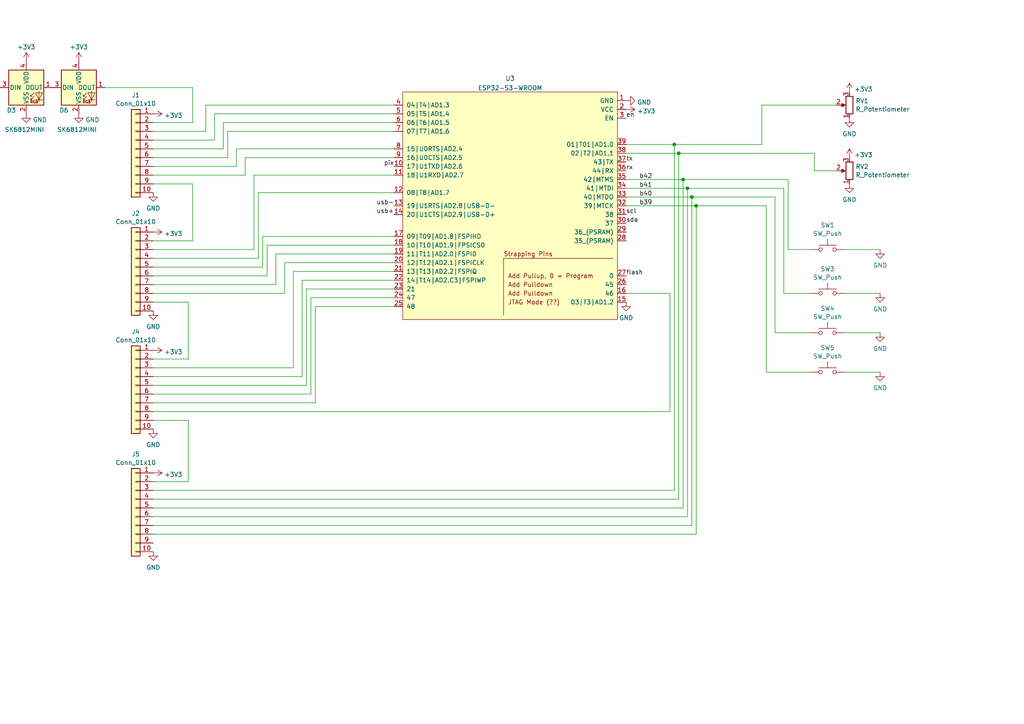
<source format=kicad_sch>
(kicad_sch (version 20250114) (generator "eeschema") (generator_version "9.0")
  (paper "A4")
  (lib_symbols
    (symbol "0_aaaaa_yeah:R" (pin_numbers (hide yes)) (pin_names (offset 0))
      (property "Reference" "R" (at 2.032 0 90))
      (property "Value" "R" (at 0 0 90))
      (symbol "R_1_1"
        (pin passive line (at 0 3.81 270) (length 1.27) (name "~") (number "1"))
        (pin passive line (at 0 -3.81 90) (length 1.27) (name "~") (number "2"))
      )
    )
    (symbol "AnymaLib-06:ESP32-S3-WROOM" (pin_names (offset 1.016))
      (property "Reference" "U" (at -29.21 -35.56 0))
      (property "Value" "ESP32-S3-WROOM" (at 0 34.29 0))
      (symbol "ESP32-S3-WROOM_0_0"
        (text "Strapping Pins" (at -2.54 -13.97 0) (effects (font (size 1.27 1.27)) (justify left)))
        (text "Add Pullup, 0 = Program" (at -1.27 -20.32 0) (effects (font (size 1.27 1.27)) (justify left)))
        (text "Add Pulldown" (at -1.27 -22.86 0) (effects (font (size 1.27 1.27)) (justify left)))
        (text "Add Pulldown" (at -1.27 -25.4 0) (effects (font (size 1.27 1.27)) (justify left)))
        (text "JTAG Mode (??)" (at -1.27 -27.94 0) (effects (font (size 1.27 1.27)) (justify left)))
      )
      (symbol "ESP32-S3-WROOM_1_1"
        (pin input line (at -34.29 29.21 0) (length 2.54) (name "04|T4|AD1.3") (number "4"))
        (pin input line (at -34.29 26.67 0) (length 2.54) (name "05|T5|AD1.4") (number "5"))
        (pin input line (at -34.29 24.13 0) (length 2.54) (name "06|T6|AD1.5") (number "6"))
        (pin input line (at -34.29 21.59 0) (length 2.54) (name "07|T7|AD1.6") (number "7"))
        (pin input line (at -34.29 16.51 0) (length 2.54) (name "15|U0RTS|AD2.4") (number "8"))
        (pin input line (at -34.29 13.97 0) (length 2.54) (name "16|U0CTS|AD2.5") (number "9"))
        (pin input line (at -34.29 11.43 0) (length 2.54) (name "17|U1TXD|AD2.6") (number "10"))
        (pin input line (at -34.29 8.89 0) (length 2.54) (name "18|U1RXD|AD2.7") (number "11"))
        (pin input line (at -34.29 3.81 0) (length 2.54) (name "08|T8|AD1.7") (number "12"))
        (pin input line (at -34.29 0 0) (length 2.54) (name "19|U1RTS|AD2.8|USB-D-") (number "13"))
        (pin input line (at -34.29 -2.54 0) (length 2.54) (name "20|U1CTS|AD2.9|USB-D+") (number "14"))
        (pin input line (at -34.29 -8.89 0) (length 2.54) (name "09|T09|AD1.8|FSPIHD") (number "17"))
        (pin input line (at -34.29 -11.43 0) (length 2.54) (name "10|T10|AD1.9|FPSICS0") (number "18"))
        (pin input line (at -34.29 -13.97 0) (length 2.54) (name "11|T11|AD2.0|FSPID") (number "19"))
        (pin input line (at -34.29 -16.51 0) (length 2.54) (name "12|T12|AD2.1|FSPICLK") (number "20"))
        (pin input line (at -34.29 -19.05 0) (length 2.54) (name "13|T13|AD2.2|FSPIQ") (number "21"))
        (pin input line (at -34.29 -21.59 0) (length 2.54) (name "14|T14|AD2.C3|FSPIWP") (number "22"))
        (pin input line (at -34.29 -24.13 0) (length 2.54) (name "21") (number "23"))
        (pin input line (at -34.29 -26.67 0) (length 2.54) (name "47") (number "24"))
        (pin input line (at -34.29 -29.21 0) (length 2.54) (name "48") (number "25"))
        (pin input line (at 33.02 30.48 180) (length 2.54) (name "GND") (number "1"))
        (pin input line (at 33.02 30.48 180) (length 2.54) (hide yes) (name "GND") (number "40"))
        (pin input line (at 33.02 30.48 180) (length 2.54) (hide yes) (name "GND") (number "41"))
        (pin input line (at 33.02 27.94 180) (length 2.54) (name "VCC") (number "2"))
        (pin input line (at 33.02 25.4 180) (length 2.54) (name "EN") (number "3"))
        (pin input line (at 33.02 17.78 180) (length 2.54) (name "01|T01|AD1.0") (number "39"))
        (pin input line (at 33.02 15.24 180) (length 2.54) (name "02|T2|AD1.1") (number "38"))
        (pin input line (at 33.02 12.7 180) (length 2.54) (name "43|TX") (number "37"))
        (pin input line (at 33.02 10.16 180) (length 2.54) (name "44|RX") (number "36"))
        (pin input line (at 33.02 7.62 180) (length 2.54) (name "42|MTMS") (number "35"))
        (pin input line (at 33.02 5.08 180) (length 2.54) (name "41|MTDI") (number "34"))
        (pin input line (at 33.02 2.54 180) (length 2.54) (name "40|MTDO") (number "33"))
        (pin input line (at 33.02 0 180) (length 2.54) (name "39|MTCK") (number "32"))
        (pin input line (at 33.02 -2.54 180) (length 2.54) (name "38") (number "31"))
        (pin input line (at 33.02 -5.08 180) (length 2.54) (name "37") (number "30"))
        (pin input line (at 33.02 -7.62 180) (length 2.54) (name "36_(PSRAM)") (number "29"))
        (pin input line (at 33.02 -10.16 180) (length 2.54) (name "35_(PSRAM)") (number "28"))
        (pin input line (at 33.02 -20.32 180) (length 2.54) (name "0") (number "27"))
        (pin input line (at 33.02 -22.86 180) (length 2.54) (name "45") (number "26"))
        (pin input line (at 33.02 -25.4 180) (length 2.54) (name "46") (number "16"))
        (pin input line (at 33.02 -27.94 180) (length 2.54) (name "03|T3|AD1.2") (number "15"))
      )
    )
    (symbol "AnymaLib-06:MAX17048"
      (property "Reference" "U" (at 0.254 20.066 0))
      (symbol "MAX17048_1_1"
        (pin input line (at -8.89 16.51 0) (length 2.54) (name "CTG") (number "1"))
        (pin input line (at -8.89 12.7 0) (length 2.54) (name "CELL") (number "2"))
        (pin input line (at -8.89 8.89 0) (length 2.54) (name "VDD") (number "3"))
        (pin input line (at -8.89 5.08 0) (length 2.54) (name "GND") (number "4"))
        (pin input line (at 0 -3.81 90) (length 2.54) (name "EP") (number "9"))
        (pin input line (at 10.16 16.51 180) (length 2.54) (name "SDA") (number "8"))
        (pin input line (at 10.16 12.7 180) (length 2.54) (name "SCL") (number "7"))
        (pin input line (at 10.16 8.89 180) (length 2.54) (name "QSTRT") (number "6"))
        (pin input line (at 10.16 5.08 180) (length 2.54) (name "!ALRT") (number "5"))
      )
    )
    (symbol "Anyma_Library:LOGO" (pin_names (offset 1.016))
      (property "Reference" "U" (at 0 3.81 0))
      (property "Value" "LOGO" (at 0 0 0))
    )
    (symbol "Battery_Management:MCP73831-2-OT" (pin_names (offset 1.016))
      (property "Reference" "U" (at -7.62 6.35 0))
      (property "Value" "MCP73831-2-OT" (at 1.27 6.35 0))
      (symbol "MCP73831-2-OT_1_1"
        (pin input line (at -10.16 -2.54 0) (length 2.54) (name "PROG") (number "5"))
        (pin power_in line (at 0 7.62 270) (length 2.54) (name "VDD") (number "4"))
        (pin power_in line (at 0 -7.62 90) (length 2.54) (name "VSS") (number "2"))
        (pin power_out line (at 10.16 2.54 180) (length 2.54) (name "VBAT") (number "3"))
        (pin output line (at 10.16 -2.54 180) (length 2.54) (name "STAT") (number "1"))
      )
    )
    (symbol "Connector:USB_C_Receptacle_USB2.0" (pin_names (offset 1.016))
      (property "Reference" "J" (at -10.16 19.05 0))
      (property "Value" "USB_C_Receptacle_USB2.0" (at 19.05 19.05 0))
      (symbol "USB_C_Receptacle_USB2.0_1_1"
        (pin passive line (at -7.62 -22.86 90) (length 5.08) (name "SHIELD") (number "S1"))
        (pin passive line (at 0 -22.86 90) (length 5.08) (name "GND") (number "A1"))
        (pin passive line (at 0 -22.86 90) (length 5.08) (hide yes) (name "GND") (number "A12"))
        (pin passive line (at 0 -22.86 90) (length 5.08) (hide yes) (name "GND") (number "B1"))
        (pin passive line (at 0 -22.86 90) (length 5.08) (hide yes) (name "GND") (number "B12"))
        (pin passive line (at 15.24 15.24 180) (length 5.08) (name "VBUS") (number "A4"))
        (pin passive line (at 15.24 15.24 180) (length 5.08) (hide yes) (name "VBUS") (number "A9"))
        (pin passive line (at 15.24 15.24 180) (length 5.08) (hide yes) (name "VBUS") (number "B4"))
        (pin passive line (at 15.24 15.24 180) (length 5.08) (hide yes) (name "VBUS") (number "B9"))
        (pin bidirectional line (at 15.24 10.16 180) (length 5.08) (name "CC1") (number "A5"))
        (pin bidirectional line (at 15.24 7.62 180) (length 5.08) (name "CC2") (number "B5"))
        (pin bidirectional line (at 15.24 2.54 180) (length 5.08) (name "D-") (number "A7"))
        (pin bidirectional line (at 15.24 0 180) (length 5.08) (name "D-") (number "B7"))
        (pin bidirectional line (at 15.24 -2.54 180) (length 5.08) (name "D+") (number "A6"))
        (pin bidirectional line (at 15.24 -5.08 180) (length 5.08) (name "D+") (number "B6"))
        (pin bidirectional line (at 15.24 -12.7 180) (length 5.08) (name "SBU1") (number "A8"))
        (pin bidirectional line (at 15.24 -15.24 180) (length 5.08) (name "SBU2") (number "B8"))
      )
    )
    (symbol "Connector_Generic:Conn_01x02" (pin_names (offset 1.016) (hide yes))
      (property "Reference" "J" (at 0 2.54 0))
      (property "Value" "Conn_01x02" (at 0 -5.08 0))
      (symbol "Conn_01x02_1_1"
        (pin passive line (at -5.08 0 0) (length 3.81) (name "Pin_1") (number "1"))
        (pin passive line (at -5.08 -2.54 0) (length 3.81) (name "Pin_2") (number "2"))
      )
    )
    (symbol "Connector_Generic:Conn_01x06" (pin_names (offset 1.016) (hide yes))
      (property "Reference" "J" (at 0 7.62 0))
      (property "Value" "Conn_01x06" (at 0 -10.16 0))
      (symbol "Conn_01x06_1_1"
        (pin passive line (at -5.08 5.08 0) (length 3.81) (name "Pin_1") (number "1"))
        (pin passive line (at -5.08 2.54 0) (length 3.81) (name "Pin_2") (number "2"))
        (pin passive line (at -5.08 0 0) (length 3.81) (name "Pin_3") (number "3"))
        (pin passive line (at -5.08 -2.54 0) (length 3.81) (name "Pin_4") (number "4"))
        (pin passive line (at -5.08 -5.08 0) (length 3.81) (name "Pin_5") (number "5"))
        (pin passive line (at -5.08 -7.62 0) (length 3.81) (name "Pin_6") (number "6"))
      )
    )
    (symbol "Connector_Generic:Conn_01x10" (pin_names (offset 1.016) (hide yes))
      (property "Reference" "J" (at 0 12.7 0))
      (property "Value" "Conn_01x10" (at 0 -15.24 0))
      (symbol "Conn_01x10_1_1"
        (pin passive line (at -5.08 10.16 0) (length 3.81) (name "Pin_1") (number "1"))
        (pin passive line (at -5.08 7.62 0) (length 3.81) (name "Pin_2") (number "2"))
        (pin passive line (at -5.08 5.08 0) (length 3.81) (name "Pin_3") (number "3"))
        (pin passive line (at -5.08 2.54 0) (length 3.81) (name "Pin_4") (number "4"))
        (pin passive line (at -5.08 0 0) (length 3.81) (name "Pin_5") (number "5"))
        (pin passive line (at -5.08 -2.54 0) (length 3.81) (name "Pin_6") (number "6"))
        (pin passive line (at -5.08 -5.08 0) (length 3.81) (name "Pin_7") (number "7"))
        (pin passive line (at -5.08 -7.62 0) (length 3.81) (name "Pin_8") (number "8"))
        (pin passive line (at -5.08 -10.16 0) (length 3.81) (name "Pin_9") (number "9"))
        (pin passive line (at -5.08 -12.7 0) (length 3.81) (name "Pin_10") (number "10"))
      )
    )
    (symbol "Device:C" (pin_numbers (hide yes)) (pin_names (offset 0.254))
      (property "Reference" "C" (at 0.635 2.54 0))
      (property "Value" "C" (at 0.635 -2.54 0))
      (symbol "C_1_1"
        (pin passive line (at 0 3.81 270) (length 2.794) (name "~") (number "1"))
        (pin passive line (at 0 -3.81 90) (length 2.794) (name "~") (number "2"))
      )
    )
    (symbol "Device:LED" (pin_numbers (hide yes)) (pin_names (offset 1.016) (hide yes))
      (property "Reference" "D" (at 0 2.54 0))
      (property "Value" "LED" (at 0 -2.54 0))
      (symbol "LED_1_1"
        (pin passive line (at -3.81 0 0) (length 2.54) (name "K") (number "1"))
        (pin passive line (at 3.81 0 180) (length 2.54) (name "A") (number "2"))
      )
    )
    (symbol "Device:R" (pin_numbers (hide yes)) (pin_names (offset 0))
      (property "Reference" "R" (at 2.032 0 90))
      (property "Value" "R" (at 0 0 90))
      (symbol "R_1_1"
        (pin passive line (at 0 3.81 270) (length 1.27) (name "~") (number "1"))
        (pin passive line (at 0 -3.81 90) (length 1.27) (name "~") (number "2"))
      )
    )
    (symbol "Device:R_Potentiometer" (pin_names (offset 1.016) (hide yes))
      (property "Reference" "RV" (at -4.445 0 90))
      (property "Value" "R_Potentiometer" (at -2.54 0 90))
      (symbol "R_Potentiometer_1_1"
        (pin passive line (at 0 3.81 270) (length 1.27) (name "1") (number "1"))
        (pin passive line (at 0 -3.81 90) (length 1.27) (name "3") (number "3"))
        (pin passive line (at 3.81 0 180) (length 1.27) (name "2") (number "2"))
      )
    )
    (symbol "Jumper:Jumper_2_Bridged" (pin_numbers (hide yes)) (pin_names (offset 0) (hide yes)) (exclude_from_sim yes)
      (property "Reference" "JP" (at 0 1.905 0))
      (property "Value" "Jumper_2_Bridged" (at 0 -2.54 0))
      (symbol "Jumper_2_Bridged_1_1"
        (pin passive line (at -5.08 0 0) (length 2.54) (name "A") (number "1"))
        (pin passive line (at 5.08 0 180) (length 2.54) (name "B") (number "2"))
      )
    )
    (symbol "Jumper:Jumper_2_Open" (pin_numbers (hide yes)) (pin_names (offset 0) (hide yes)) (exclude_from_sim yes)
      (property "Reference" "JP" (at 0 2.794 0))
      (property "Value" "Jumper_2_Open" (at 0 -2.286 0))
      (symbol "Jumper_2_Open_1_1"
        (pin passive line (at -5.08 0 0) (length 2.54) (name "A") (number "1"))
        (pin passive line (at 5.08 0 180) (length 2.54) (name "B") (number "2"))
      )
    )
    (symbol "Mechanical:MountingHole_Pad" (pin_numbers (hide yes)) (pin_names (offset 1.016) (hide yes))
      (property "Reference" "H" (at 0 6.35 0))
      (property "Value" "MountingHole_Pad" (at 0 4.445 0))
      (symbol "MountingHole_Pad_1_1"
        (pin input line (at 0 -2.54 90) (length 2.54) (name "1") (number "1"))
      )
    )
    (symbol "Regulator_Linear:XC6220B331MR"
      (property "Reference" "U" (at 0 8.89 0))
      (property "Value" "XC6220B331MR" (at 0 6.35 0))
      (symbol "XC6220B331MR_1_1"
        (pin power_in line (at -12.7 2.54 0) (length 5.08) (name "VIN") (number "1"))
        (pin input line (at -12.7 -2.54 0) (length 5.08) (name "CE") (number "3"))
        (pin power_in line (at 0 -10.16 90) (length 5.08) (name "GND") (number "2"))
        (pin no_connect line (at 7.62 -2.54 180) (length 5.08) (hide yes) (name "NC") (number "4"))
        (pin power_out line (at 12.7 2.54 180) (length 5.08) (name "VOUT") (number "5"))
      )
    )
    (symbol "Switch:SW_Push" (pin_numbers (hide yes)) (pin_names (offset 1.016) (hide yes))
      (property "Reference" "SW" (at 1.27 2.54 0))
      (property "Value" "SW_Push" (at 0 -1.524 0))
      (symbol "SW_Push_0_1"
        (pin passive line (at -5.08 0 0) (length 2.54) (name "1") (number "1"))
        (pin passive line (at 5.08 0 180) (length 2.54) (name "2") (number "2"))
      )
    )
    (symbol "Switch:SW_SPDT" (pin_names (offset 0) (hide yes))
      (property "Reference" "SW" (at 0 4.318 0))
      (property "Value" "SW_SPDT" (at 0 -5.08 0))
      (symbol "SW_SPDT_1_1"
        (pin passive line (at -5.08 0 0) (length 2.54) (name "B") (number "2"))
        (pin passive line (at 5.08 2.54 180) (length 2.54) (name "A") (number "1"))
        (pin passive line (at 5.08 -2.54 180) (length 2.54) (name "C") (number "3"))
      )
    )
    (symbol "power:+3V3" (power) (pin_names (offset 0))
      (property "Value" "+3V3" (at 0 3.556 0))
      (symbol "+3V3_1_1"
        (pin power_in line (at 0 0 90) (length 0) (hide yes) (name "+3V3") (number "1"))
      )
    )
    (symbol "power:+3V8" (power) (pin_names (offset 0))
      (property "Value" "+3V8" (at 0 3.556 0))
      (symbol "+3V8_1_1"
        (pin power_in line (at 0 0 90) (length 0) (hide yes) (name "+3V8") (number "1"))
      )
    )
    (symbol "power:+5V" (power) (pin_names (offset 0))
      (property "Value" "+5V" (at 0 3.556 0))
      (symbol "+5V_1_1"
        (pin power_in line (at 0 0 90) (length 0) (hide yes) (name "+5V") (number "1"))
      )
    )
    (symbol "power:+BATT" (power) (pin_names (offset 0))
      (property "Value" "+BATT" (at 0 3.556 0))
      (symbol "+BATT_1_1"
        (pin power_in line (at 0 0 90) (length 0) (hide yes) (name "+BATT") (number "1"))
      )
    )
    (symbol "power:GND" (power) (pin_names (offset 0))
      (property "Value" "GND" (at 0 -3.81 0))
      (symbol "GND_1_1"
        (pin power_in line (at 0 0 270) (length 0) (hide yes) (name "GND") (number "1"))
      )
    )
    (symbol "synkie_symbols:C_Small" (pin_numbers (hide yes)) (pin_names (offset 0.254) (hide yes))
      (property "Reference" "C" (at 0.254 1.778 0))
      (property "Value" "C_Small" (at 0.254 -2.032 0))
      (symbol "C_Small_1_1"
        (pin passive line (at 0 2.54 270) (length 2.032) (name "~") (number "1"))
        (pin passive line (at 0 -2.54 90) (length 2.032) (name "~") (number "2"))
      )
    )
    (symbol "synkie_symbols:SK6812MINI" (pin_names (offset 0.254))
      (property "Reference" "D" (at 5.08 5.715 0))
      (property "Value" "SK6812MINI" (at 1.27 -5.715 0))
      (symbol "SK6812MINI_0_0"
        (text "RGB" (at 2.286 -4.191 0) (effects (font (size 0.762 0.762))))
      )
      (symbol "SK6812MINI_1_1"
        (pin input line (at -7.62 0 0) (length 2.54) (name "DIN") (number "3"))
        (pin power_in line (at 0 7.62 270) (length 2.54) (name "VDD") (number "4"))
        (pin power_in line (at 0 -7.62 90) (length 2.54) (name "VSS") (number "2"))
        (pin output line (at 7.62 0 180) (length 2.54) (name "DOUT") (number "1"))
      )
    )
    (symbol "synkie_symbols:i2c-display128x32" (pin_names (offset 1.016))
      (property "Reference" "U" (at -5.08 8.89 0))
      (property "Value" "i2c-display128x32" (at 2.54 -3.81 0))
      (symbol "i2c-display128x32_1_1"
        (pin input line (at -8.89 6.35 0) (length 2.54) (name "GND") (number "1"))
        (pin input line (at -8.89 3.81 0) (length 2.54) (name "VCC") (number "2"))
        (pin input line (at -8.89 1.27 0) (length 2.54) (name "SCL") (number "3"))
        (pin input line (at -8.89 -1.27 0) (length 2.54) (name "SDA") (number "4"))
      )
    )
  )
  (junction (at 341.63 81.28))
  (junction (at 334.01 111.76))
  (junction (at 199.39 54.61))
  (junction (at 303.53 111.76))
  (junction (at 299.72 153.67))
  (junction (at 195.58 41.91))
  (junction (at 64.135 231.267))
  (junction (at 201.93 59.69))
  (junction (at 198.12 52.07))
  (junction (at 299.72 149.86))
  (junction (at 360.045 81.28))
  (junction (at 303.53 116.84))
  (junction (at 196.85 44.45))
  (junction (at 200.66 57.15))
  (wire (pts (xy 341.63 81.28) (xy 352.425 81.28)))
  (wire (pts (xy 55.88 35.56) (xy 44.45 35.56)))
  (wire (pts (xy 66.04 45.72) (xy 44.45 45.72)))
  (wire (pts (xy 195.58 41.91) (xy 220.98 41.91)))
  (wire (pts (xy 55.88 69.85) (xy 44.45 69.85)))
  (wire (pts (xy 114.3 35.56) (xy 64.77 35.56)))
  (wire (pts (xy 68.58 48.26) (xy 44.45 48.26)))
  (wire (pts (xy 200.66 57.15) (xy 224.79 57.15)))
  (wire (pts (xy 114.3 73.66) (xy 80.01 73.66)))
  (wire (pts (xy 312.42 59.69) (xy 313.69 59.69)))
  (wire (pts (xy 328.93 76.2) (xy 345.44 76.2)))
  (wire (pts (xy 222.25 59.69) (xy 201.93 59.69)))
  (wire (pts (xy 195.58 142.24) (xy 195.58 41.91)))
  (wire (pts (xy 303.53 116.84) (xy 303.53 111.76)))
  (wire (pts (xy 114.3 76.2) (xy 82.55 76.2)))
  (wire (pts (xy 55.88 259.08) (xy 49.53 259.08)))
  (wire (pts (xy 49.53 259.08) (xy 49.53 257.81)))
  (wire (pts (xy 299.72 140.97) (xy 299.72 149.86)))
  (wire (pts (xy 71.12 45.72) (xy 71.12 50.8)))
  (wire (pts (xy 85.09 78.74) (xy 85.09 106.68)))
  (wire (pts (xy 114.3 30.48) (xy 59.69 30.48)))
  (wire (pts (xy 44.45 144.78) (xy 196.85 144.78)))
  (wire (pts (xy 54.61 87.63) (xy 54.61 104.14)))
  (wire (pts (xy 181.61 52.07) (xy 198.12 52.07)))
  (wire (pts (xy 114.3 33.02) (xy 62.23 33.02)))
  (wire (pts (xy 73.025 233.807) (xy 73.025 231.267)))
  (wire (pts (xy 44.45 53.34) (xy 55.88 53.34)))
  (wire (pts (xy 228.6 72.39) (xy 234.95 72.39)))
  (wire (pts (xy 322.58 228.6) (xy 337.82 228.6)))
  (wire (pts (xy 236.22 49.53) (xy 242.57 49.53)))
  (wire (pts (xy 91.44 116.84) (xy 91.44 88.9)))
  (wire (pts (xy 67.31 254) (xy 73.66 254)))
  (wire (pts (xy 236.22 44.45) (xy 236.22 49.53)))
  (wire (pts (xy 62.23 40.64) (xy 44.45 40.64)))
  (wire (pts (xy 44.45 119.38) (xy 194.31 119.38)))
  (wire (pts (xy 90.17 86.36) (xy 90.17 114.3)))
  (wire (pts (xy 299.72 163.83) (xy 299.72 166.37)))
  (wire (pts (xy 323.85 59.69) (xy 326.39 59.69)))
  (wire (pts (xy 245.11 85.09) (xy 255.27 85.09)))
  (wire (pts (xy 55.88 53.34) (xy 55.88 69.85)))
  (wire (pts (xy 314.96 193.04) (xy 314.96 208.28)))
  (wire (pts (xy 334.01 111.76) (xy 334.01 116.84)))
  (wire (pts (xy 181.61 44.45) (xy 196.85 44.45)))
  (wire (pts (xy 77.47 80.01) (xy 44.45 80.01)))
  (wire (pts (xy 303.53 111.76) (xy 306.07 111.76)))
  (wire (pts (xy 114.3 71.12) (xy 77.47 71.12)))
  (wire (pts (xy 234.95 85.09) (xy 227.33 85.09)))
  (wire (pts (xy 181.61 41.91) (xy 195.58 41.91)))
  (wire (pts (xy 85.09 106.68) (xy 44.45 106.68)))
  (wire (pts (xy 44.45 116.84) (xy 91.44 116.84)))
  (wire (pts (xy 68.58 43.18) (xy 68.58 48.26)))
  (wire (pts (xy 114.3 78.74) (xy 85.09 78.74)))
  (wire (pts (xy 82.55 76.2) (xy 82.55 85.09)))
  (wire (pts (xy 326.39 53.34) (xy 326.39 59.69)))
  (wire (pts (xy 201.93 59.69) (xy 181.61 59.69)))
  (wire (pts (xy 55.88 25.4) (xy 55.88 35.56)))
  (wire (pts (xy 44.45 142.24) (xy 195.58 142.24)))
  (wire (pts (xy 88.9 83.82) (xy 88.9 111.76)))
  (wire (pts (xy 64.77 43.18) (xy 44.45 43.18)))
  (wire (pts (xy 114.3 38.1) (xy 66.04 38.1)))
  (wire (pts (xy 304.8 226.06) (xy 312.42 226.06)))
  (wire (pts (xy 228.6 52.07) (xy 228.6 72.39)))
  (wire (pts (xy 54.61 104.14) (xy 44.45 104.14)))
  (wire (pts (xy 245.11 72.39) (xy 255.27 72.39)))
  (wire (pts (xy 299.72 149.86) (xy 299.72 153.67)))
  (wire (pts (xy 299.72 153.67) (xy 299.72 156.21)))
  (wire (pts (xy 299.72 149.86) (xy 309.88 149.86)))
  (wire (pts (xy 114.3 55.88) (xy 74.93 55.88)))
  (wire (pts (xy 40.64 261.62) (xy 40.64 257.81)))
  (wire (pts (xy 331.47 111.76) (xy 334.01 111.76)))
  (wire (pts (xy 245.11 107.95) (xy 255.27 107.95)))
  (wire (pts (xy 224.79 96.52) (xy 234.95 96.52)))
  (wire (pts (xy 54.61 121.92) (xy 54.61 139.7)))
  (wire (pts (xy 59.69 30.48) (xy 59.69 38.1)))
  (wire (pts (xy 87.63 81.28) (xy 87.63 109.22)))
  (wire (pts (xy 234.95 107.95) (xy 222.25 107.95)))
  (wire (pts (xy 220.98 41.91) (xy 220.98 30.48)))
  (wire (pts (xy 200.66 152.4) (xy 200.66 57.15)))
  (wire (pts (xy 227.33 85.09) (xy 227.33 54.61)))
  (wire (pts (xy 88.9 111.76) (xy 44.45 111.76)))
  (wire (pts (xy 199.39 54.61) (xy 181.61 54.61)))
  (wire (pts (xy 222.25 107.95) (xy 222.25 59.69)))
  (wire (pts (xy 114.3 43.18) (xy 68.58 43.18)))
  (wire (pts (xy 64.77 35.56) (xy 64.77 43.18)))
  (wire (pts (xy 328.93 157.48) (xy 335.28 157.48)))
  (wire (pts (xy 87.63 109.22) (xy 44.45 109.22)))
  (wire (pts (xy 30.48 25.4) (xy 55.88 25.4)))
  (wire (pts (xy 73.66 72.39) (xy 44.45 72.39)))
  (wire (pts (xy 44.45 152.4) (xy 200.66 152.4)))
  (wire (pts (xy 337.82 -1.27) (xy 344.17 -1.27)))
  (wire (pts (xy 80.01 73.66) (xy 80.01 82.55)))
  (wire (pts (xy 181.61 57.15) (xy 200.66 57.15)))
  (wire (pts (xy 62.23 33.02) (xy 62.23 40.64)))
  (wire (pts (xy 59.69 38.1) (xy 44.45 38.1)))
  (wire (pts (xy 71.12 50.8) (xy 44.45 50.8)))
  (wire (pts (xy 220.98 30.48) (xy 242.57 30.48)))
  (wire (pts (xy 198.12 147.32) (xy 198.12 52.07)))
  (wire (pts (xy 196.85 144.78) (xy 196.85 44.45)))
  (wire (pts (xy 201.93 154.94) (xy 201.93 59.69)))
  (wire (pts (xy 198.12 52.07) (xy 228.6 52.07)))
  (wire (pts (xy 82.55 85.09) (xy 44.45 85.09)))
  (wire (pts (xy 194.31 85.09) (xy 181.61 85.09)))
  (wire (pts (xy 114.3 86.36) (xy 90.17 86.36)))
  (wire (pts (xy 44.45 154.94) (xy 201.93 154.94)))
  (wire (pts (xy 305.435 81.28) (xy 308.61 81.28)))
  (wire (pts (xy 337.82 16.51) (xy 337.82 19.05)))
  (wire (pts (xy 44.45 121.92) (xy 54.61 121.92)))
  (wire (pts (xy 77.47 71.12) (xy 77.47 80.01)))
  (wire (pts (xy 90.17 114.3) (xy 44.45 114.3)))
  (wire (pts (xy 76.2 68.58) (xy 76.2 77.47)))
  (wire (pts (xy 114.3 68.58) (xy 76.2 68.58)))
  (wire (pts (xy 114.3 81.28) (xy 87.63 81.28)))
  (wire (pts (xy 312.42 53.34) (xy 312.42 59.69)))
  (wire (pts (xy 73.66 50.8) (xy 73.66 72.39)))
  (wire (pts (xy 114.3 50.8) (xy 73.66 50.8)))
  (wire (pts (xy 114.3 45.72) (xy 71.12 45.72)))
  (wire (pts (xy 314.96 190.5) (xy 309.88 190.5)))
  (wire (pts (xy 337.82 223.52) (xy 337.82 228.6)))
  (wire (pts (xy 74.93 74.93) (xy 44.45 74.93)))
  (wire (pts (xy 337.82 11.43) (xy 337.82 13.97)))
  (wire (pts (xy 299.72 153.67) (xy 309.88 153.67)))
  (wire (pts (xy 54.61 139.7) (xy 44.45 139.7)))
  (wire (pts (xy 227.33 54.61) (xy 199.39 54.61)))
  (wire (pts (xy 44.45 149.86) (xy 199.39 149.86)))
  (wire (pts (xy 44.45 147.32) (xy 198.12 147.32)))
  (wire (pts (xy 74.93 55.88) (xy 74.93 74.93)))
  (wire (pts (xy 199.39 149.86) (xy 199.39 54.61)))
  (wire (pts (xy 196.85 44.45) (xy 236.22 44.45)))
  (wire (pts (xy 66.04 38.1) (xy 66.04 45.72)))
  (wire (pts (xy 194.31 119.38) (xy 194.31 85.09)))
  (wire (pts (xy 306.07 116.84) (xy 303.53 116.84)))
  (wire (pts (xy 78.105 233.807) (xy 73.025 233.807)))
  (wire (pts (xy 91.44 88.9) (xy 114.3 88.9)))
  (wire (pts (xy 57.785 231.267) (xy 64.135 231.267)))
  (wire (pts (xy 224.79 96.52) (xy 224.79 57.15)))
  (wire (pts (xy 309.88 190.5) (xy 309.88 189.23)))
  (wire (pts (xy 76.2 77.47) (xy 44.45 77.47)))
  (wire (pts (xy 114.3 83.82) (xy 88.9 83.82)))
  (wire (pts (xy 245.11 96.52) (xy 255.27 96.52)))
  (wire (pts (xy 44.45 87.63) (xy 54.61 87.63)))
  (wire (pts (xy 328.93 81.28) (xy 341.63 81.28)))
  (wire (pts (xy 354.33 -1.27) (xy 363.22 -1.27)))
  (wire (pts (xy 80.01 82.55) (xy 44.45 82.55)))
  (label "flash" (at 90.805 226.187 180))
  (label "en" (at 57.785 231.267 0))
  (label "rx" (at 181.61 49.53 0))
  (label "pix" (at 114.3 48.26 180))
  (label "flash" (at 78.105 233.807 0))
  (label "usb-" (at 337.82 13.97 0))
  (label "flash" (at 181.61 80.01 0))
  (label "gpio_6" (at 335.28 157.48 0))
  (label "en" (at 181.61 34.29 0))
  (label "tx" (at 181.61 46.99 0))
  (label "sda" (at 181.61 64.77 0))
  (label "b40" (at 185.42 57.15 0))
  (label "usb+" (at 114.3 62.23 180))
  (label "scl" (at 73.66 256.54 180))
  (label "usb-" (at 114.3 59.69 180))
  (label "tx" (at 90.805 231.267 180))
  (label "pix" (at -30.48 25.4 180))
  (label "usb+" (at 337.82 19.05 0))
  (label "en" (at 90.805 223.647 180))
  (label "scl{slash}flash" (at 328.93 149.86 0))
  (label "b41" (at 185.42 54.61 0))
  (label "sda" (at 40.64 261.62 180))
  (label "b39" (at 185.42 59.69 0))
  (label "scl" (at 181.61 62.23 0))
  (label "b42" (at 185.42 52.07 0))
  (label "rx" (at 90.805 228.727 180))
  (label "sda" (at 73.66 259.08 180))
  (label "scl" (at 55.88 259.08 0))
  (label "sda" (at 328.93 146.05 0))
  (symbol (lib_id "power:GND") (at 334.01 124.46 0) (mirror y) (unit 1)
    (property "Reference" "#PWR066" (effects (hide yes)))
    (property "Value" "GND" (effects (hide yes)))
  )
  (symbol (lib_id "power:GND") (at 318.77 124.46 0) (mirror y) (unit 1)
    (property "Reference" "#PWR062" (effects (hide yes)))
    (property "Value" "GND" (effects (hide yes)))
  )
  (symbol (lib_id "Device:R_Potentiometer") (at 246.38 49.53 180) (unit 1)
    (property "Reference" "RV2" (at 248.158 48.3178 0) (effects (justify right)))
    (property "Value" "R_Potentiometer" (at 248.158 50.7421 0) (effects (justify right)))
    (property "Footprint" "synkie_footprints:Potentiometer_Alps_RK09K_Single_Vertical" (effects (hide yes)))
    (property "Description" "Potentiometer" (effects (hide yes)))
  )
  (symbol (lib_id "power:GND") (at 309.88 146.05 270) (unit 1)
    (property "Reference" "#PWR058" (effects (hide yes)))
    (property "Value" "GND" (at 305.4858 146.177 0))
  )
  (symbol (lib_id "synkie_symbols:SK6812MINI") (at -7.62 25.4 0) (unit 1)
    (property "Reference" "D2" (at -11.938 32.004 0))
    (property "Value" "SK6812MINI" (at -8.128 37.592 0))
    (property "Footprint" "LED_SMD:LED_SK6812MINI_PLCC4_3.5x3.5mm_P1.75mm" (effects (hide yes)))
    (property "Datasheet" "https://cdn-shop.adafruit.com/product-files/2686/SK6812MINI_REV.01-1-2.pdf" (effects (hide yes)))
  )
  (symbol (lib_id "synkie_symbols:i2c-display128x32") (at 82.55 257.81 0) (unit 1)
    (property "Reference" "U1" (at 93.98 248.666 0) (effects (justify left)))
    (property "Value" "i2c-display128x32" (at 76.708 261.62 0) (effects (justify left)))
    (property "Footprint" "synkie_footprints:Bangood_I2C_Display" (effects (hide yes)))
  )
  (symbol (lib_id "power:GND") (at 314.96 36.83 0) (unit 1)
    (property "Reference" "#PWR019" (effects (hide yes)))
    (property "Value" "GND" (at 314.96 41.3925 0))
  )
  (symbol (lib_id "power:+5V") (at 363.22 -1.27 0) (unit 1)
    (property "Reference" "#PWR08" (effects (hide yes)))
    (property "Value" "+5V" (at 363.22 -4.8745 0))
  )
  (symbol (lib_id "Switch:SW_Push") (at 240.03 96.52 0) (unit 1)
    (property "Reference" "SW4" (at 240.03 89.4545 0))
    (property "Value" "SW_Push" (at 240.03 91.8788 0))
    (property "Footprint" "Button_Switch_SMD:SW_Tactile_SPST_NO_Straight_CK_PTS636Sx25SMTRLFS" (effects (hide yes)))
    (property "Description" "Push button switch, generic, two pins" (effects (hide yes)))
  )
  (symbol (lib_id "power:+3V3") (at 7.62 17.78 0) (unit 1)
    (property "Reference" "#PWR040" (effects (hide yes)))
    (property "Value" "+3V3" (at 7.62 13.6469 0))
  )
  (symbol (lib_id "power:GND") (at 44.45 90.17 0) (unit 1)
    (property "Reference" "#PWR010" (effects (hide yes)))
    (property "Value" "GND" (at 44.45 94.7325 0))
  )
  (symbol (lib_id "power:GND") (at 345.44 3.81 90) (unit 1)
    (property "Reference" "#PWR012" (effects (hide yes)))
    (property "Value" "GND" (at 348.615 4.289 90) (effects (justify right)))
  )
  (symbol (lib_id "power:+5V") (at 318.77 71.12 0) (unit 1)
    (property "Reference" "#PWR060" (effects (hide yes)))
    (property "Value" "+5V" (at 318.77 67.5155 0))
  )
  (symbol (lib_id "Regulator_Linear:XC6220B331MR") (at 318.77 114.3 0) (unit 1)
    (property "Reference" "U5" (at 318.77 105.0755 0))
    (property "Value" "XC6220B331MR" (at 318.77 107.4998 0))
    (property "Footprint" "Package_TO_SOT_SMD:SOT-23-5" (effects (hide yes)))
    (property "Datasheet" "https://www.torexsemi.com/file/xc6220/XC6220.pdf" (effects (hide yes)))
    (property "Description" "1A, Low Drop-out Voltage Regulator, Fixed Output 3.3V, SOT-23-5" (effects (hide yes)))
  )
  (symbol (lib_id "power:+3V3") (at 181.61 31.75 270) (unit 1)
    (property "Reference" "#PWR023" (effects (hide yes)))
    (property "Value" "+3V3" (at 184.785 32.229 90) (effects (justify left)))
  )
  (symbol (lib_id "synkie_symbols:C_Small") (at 50.165 224.917 0) (unit 1)
    (property "Reference" "C3" (at 52.4891 224.0148 0) (effects (justify left)))
    (property "Value" "100n" (at 52.4891 226.7899 0) (effects (justify left)))
    (property "Footprint" "synkie_footprints:C_0603_1608Metric_Pad1.05x0.95mm_HandSolder" (effects (hide yes)))
  )
  (symbol (lib_id "AnymaLib-06:MAX17048") (at 318.77 162.56 0) (unit 1)
    (property "Reference" "U6" (at 319.405 141.9169 0))
    (property "Footprint" "Package_DFN_QFN:TDFN-8-1EP_2x2mm_P0.5mm_EP0.8x1.2mm" (effects (hide yes)))
    (property "Datasheet" "https://www.mouser.ch/datasheet/2/609/MAX17048_MAX17049-3469099.pdf" (effects (hide yes)))
    (property "Description" "Fuel gauges for lithium-ion (Li+) batteries" (effects (hide yes)))
  )
  (symbol (lib_id "0_aaaaa_yeah:R") (at 305.435 85.09 0) (unit 1)
    (property "Reference" "R9" (at 307.213 84.1815 0) (effects (justify left)))
    (property "Value" "2k" (at 307.213 86.9566 0) (effects (justify left)))
    (property "Footprint" "Resistor_SMD:R_0603_1608Metric" (effects (hide yes)))
  )
  (symbol (lib_id "power:GND") (at 181.61 29.21 90) (unit 1)
    (property "Reference" "#PWR022" (effects (hide yes)))
    (property "Value" "GND" (at 184.785 29.689 90) (effects (justify right)))
  )
  (symbol (lib_id "Mechanical:MountingHole_Pad") (at 191.77 233.68 0) (unit 1)
    (property "Reference" "H3" (at 194.31 231.5015 0) (effects (justify left)))
    (property "Value" "MountingHole_Pad" (at 194.31 234.2766 0) (effects (justify left)))
    (property "Footprint" "MountingHole:MountingHole_2.5mm_Pad" (effects (hide yes)))
  )
  (symbol (lib_id "power:+3V3") (at 64.135 223.647 0) (unit 1)
    (property "Reference" "#PWR048" (effects (hide yes)))
    (property "Value" "+3V3" (at 64.135 219.837 0))
  )
  (symbol (lib_id "power:GND") (at 44.45 160.02 0) (unit 1)
    (property "Reference" "#PWR027" (effects (hide yes)))
    (property "Value" "GND" (at 44.45 164.5825 0))
  )
  (symbol (lib_id "power:+5V") (at 312.42 53.34 0) (unit 1)
    (property "Reference" "#PWR018" (effects (hide yes)))
    (property "Value" "+5V" (at 312.42 49.7355 0))
  )
  (symbol (lib_id "power:+BATT") (at 345.44 76.2 0) (unit 1)
    (property "Reference" "#PWR068" (effects (hide yes)))
    (property "Value" "+BATT" (at 345.44 72.5955 0))
  )
  (symbol (lib_id "power:GND") (at 22.86 33.02 0) (unit 1)
    (property "Reference" "#PWR041" (effects (hide yes)))
    (property "Value" "GND" (at 24.765 34.769 0) (effects (justify left)))
  )
  (symbol (lib_id "Battery_Management:MCP73831-2-OT") (at 318.77 78.74 0) (unit 1)
    (property "Reference" "U4" (at 320.7894 69.6935 0) (effects (justify left)))
    (property "Value" "MCP73831-2-OT" (at 320.7894 72.4686 0) (effects (justify left)))
    (property "Footprint" "Package_TO_SOT_SMD:SOT-23-5" (effects (hide yes)))
    (property "Datasheet" "http://ww1.microchip.com/downloads/en/DeviceDoc/20001984g.pdf" (effects (hide yes)))
  )
  (symbol (lib_id "Mechanical:MountingHole_Pad") (at 130.81 234.95 0) (unit 1)
    (property "Reference" "H1" (at 133.35 232.7715 0) (effects (justify left)))
    (property "Value" "MountingHole_Pad" (at 133.35 235.5466 0) (effects (justify left)))
    (property "Footprint" "MountingHole:MountingHole_2.5mm_Pad" (effects (hide yes)))
  )
  (symbol (lib_id "Switch:SW_Push") (at 240.03 72.39 0) (unit 1)
    (property "Reference" "SW1" (at 240.03 65.3245 0))
    (property "Value" "SW_Push" (at 240.03 67.7488 0))
    (property "Footprint" "Button_Switch_SMD:SW_Tactile_SPST_NO_Straight_CK_PTS636Sx25SMTRLFS" (effects (hide yes)))
    (property "Description" "Push button switch, generic, two pins" (effects (hide yes)))
  )
  (symbol (lib_id "power:+5V") (at 360.045 73.66 0) (unit 1)
    (property "Reference" "#PWR069" (effects (hide yes)))
    (property "Value" "+5V" (at 360.045 70.0555 0))
  )
  (symbol (lib_id "power:+3V3") (at 44.45 33.02 270) (unit 1)
    (property "Reference" "#PWR05" (effects (hide yes)))
    (property "Value" "+3V3" (at 47.625 33.499 90) (effects (justify left)))
  )
  (symbol (lib_id "power:+3V3") (at 246.38 45.72 0) (unit 1)
    (property "Reference" "#PWR030" (effects (hide yes)))
    (property "Value" "+3V3" (at 247.777 44.929 0) (effects (justify left)))
  )
  (symbol (lib_id "power:+3V3") (at 44.45 137.16 270) (unit 1)
    (property "Reference" "#PWR026" (effects (hide yes)))
    (property "Value" "+3V3" (at 47.625 137.639 90) (effects (justify left)))
  )
  (symbol (lib_id "Device:R") (at 40.64 254 0) (unit 1)
    (property "Reference" "R1" (at 42.418 253.0915 0) (effects (justify left)))
    (property "Value" "5k1" (at 42.418 255.8666 0) (effects (justify left)))
    (property "Footprint" "Resistor_SMD:R_0805_2012Metric" (effects (hide yes)))
  )
  (symbol (lib_id "power:+3V3") (at -7.62 17.78 0) (unit 1)
    (property "Reference" "#PWR038" (effects (hide yes)))
    (property "Value" "+3V3" (at -7.62 13.6469 0))
  )
  (symbol (lib_id "synkie_symbols:SK6812MINI") (at -22.86 25.4 0) (unit 1)
    (property "Reference" "D1" (at -27.178 32.004 0))
    (property "Value" "SK6812MINI" (at -23.368 37.592 0))
    (property "Footprint" "LED_SMD:LED_SK6812MINI_PLCC4_3.5x3.5mm_P1.75mm" (effects (hide yes)))
    (property "Datasheet" "https://cdn-shop.adafruit.com/product-files/2686/SK6812MINI_REV.01-1-2.pdf" (effects (hide yes)))
  )
  (symbol (lib_id "power:GND") (at 246.38 53.34 0) (unit 1)
    (property "Reference" "#PWR031" (effects (hide yes)))
    (property "Value" "GND" (at 246.38 57.9025 0))
  )
  (symbol (lib_id "power:GND") (at 318.77 166.37 0) (unit 1)
    (property "Reference" "#PWR063" (effects (hide yes)))
    (property "Value" "GND" (at 318.897 170.7642 0))
  )
  (symbol (lib_id "Jumper:Jumper_2_Open") (at 318.77 59.69 0) (unit 1) (exclude_from_sim yes)
    (property "Reference" "JP1" (at 318.77 53.8945 0))
    (property "Value" "cabled" (at 318.77 56.3188 0))
    (property "Footprint" "Jumper:SolderJumper-2_P1.3mm_Open_RoundedPad1.0x1.5mm" (effects (hide yes)))
    (property "Description" "Jumper, 2-pole, open" (effects (hide yes)))
  )
  (symbol (lib_id "power:+BATT") (at 304.8 226.06 0) (mirror y) (unit 1)
    (property "Reference" "#PWR075" (effects (hide yes)))
    (property "Value" "+BATT" (at 304.8 222.4555 0))
  )
  (symbol (lib_id "0_aaaaa_yeah:R") (at 341.63 92.71 0) (unit 1)
    (property "Reference" "R10" (at 343.408 91.8015 0) (effects (justify left)))
    (property "Value" "2k" (at 343.408 94.5766 0) (effects (justify left)))
    (property "Footprint" "Resistor_SMD:R_0603_1608Metric" (effects (hide yes)))
  )
  (symbol (lib_id "power:+3V3") (at 90.805 221.107 0) (unit 1)
    (property "Reference" "#PWR050" (effects (hide yes)))
    (property "Value" "+3V3" (at 90.805 217.5025 0))
  )
  (symbol (lib_id "Connector_Generic:Conn_01x10") (at 39.37 77.47 0) (mirror y) (unit 1)
    (property "Reference" "J2" (at 39.37 61.8955 0))
    (property "Value" "Conn_01x10" (at 39.37 64.3198 0))
    (property "Footprint" "Connector_IDC:IDC-Header_2x05_P2.54mm_Vertical" (effects (hide yes)))
    (property "Description" "Generic connector, single row, 01x10, script generated (kicad-library-utils/schlib/autogen/connector/)" (effects (hide yes)))
  )
  (symbol (lib_id "power:GND") (at 162.56 236.22 0) (unit 1)
    (property "Reference" "#PWR01" (effects (hide yes)))
    (property "Value" "GND" (at 162.56 240.7825 0))
  )
  (symbol (lib_id "power:GND") (at 328.93 153.67 90) (unit 1)
    (property "Reference" "#PWR064" (effects (hide yes)))
    (property "Value" "GND" (at 333.3242 153.543 0))
  )
  (symbol (lib_id "power:GND") (at 332.74 191.77 0) (unit 1)
    (property "Reference" "#PWR074" (effects (hide yes)))
    (property "Value" "GND" (at 332.74 196.3325 0))
  )
  (symbol (lib_id "power:+3V3") (at 44.45 67.31 270) (unit 1)
    (property "Reference" "#PWR09" (effects (hide yes)))
    (property "Value" "+3V3" (at 47.625 67.789 90) (effects (justify left)))
  )
  (symbol (lib_id "power:+BATT") (at 309.88 189.23 0) (unit 1)
    (property "Reference" "#PWR071" (effects (hide yes)))
    (property "Value" "+BATT" (at 309.88 185.6255 0))
  )
  (symbol (lib_id "0_aaaaa_yeah:R") (at 341.63 6.35 90) (unit 1)
    (property "Reference" "R5" (at 355.6 6.35 90))
    (property "Value" "5k1" (at 341.63 6.35 90))
    (property "Footprint" "synkie_footprints:R_0805_2012Metric_Pad1.15x1.40mm_HandSolder" (effects (hide yes)))
  )
  (symbol (lib_id "power:+3V3") (at 49.53 250.19 0) (unit 1)
    (property "Reference" "#PWR014" (effects (hide yes)))
    (property "Value" "+3V3" (at 49.53 246.38 0))
  )
  (symbol (lib_id "Switch:SW_Push") (at 240.03 107.95 0) (unit 1)
    (property "Reference" "SW5" (at 240.03 100.8845 0))
    (property "Value" "SW_Push" (at 240.03 103.3088 0))
    (property "Footprint" "Button_Switch_SMD:SW_Tactile_SPST_NO_Straight_CK_PTS636Sx25SMTRLFS" (effects (hide yes)))
    (property "Description" "Push button switch, generic, two pins" (effects (hide yes)))
  )
  (symbol (lib_id "power:GND") (at 255.27 72.39 0) (unit 1)
    (property "Reference" "#PWR032" (effects (hide yes)))
    (property "Value" "GND" (at 255.27 76.9525 0))
  )
  (symbol (lib_id "power:GND") (at 7.62 33.02 0) (unit 1)
    (property "Reference" "#PWR039" (effects (hide yes)))
    (property "Value" "GND" (at 9.525 34.769 0) (effects (justify left)))
  )
  (symbol (lib_id "Device:R") (at 49.53 254 0) (unit 1)
    (property "Reference" "R3" (at 51.308 253.0915 0) (effects (justify left)))
    (property "Value" "5k1" (at 51.308 255.8666 0) (effects (justify left)))
    (property "Footprint" "Resistor_SMD:R_0805_2012Metric" (effects (hide yes)))
  )
  (symbol (lib_id "power:GND") (at 64.135 236.347 0) (unit 1)
    (property "Reference" "#PWR053" (effects (hide yes)))
    (property "Value" "GND" (at 64.135 240.9095 0))
  )
  (symbol (lib_id "Connector:USB_C_Receptacle_USB2.0") (at 322.58 13.97 0) (unit 1)
    (property "Reference" "J3" (at 322.58 -7.7765 0))
    (property "Value" "USB_C_Receptacle_USB2.0" (at 322.58 -5.0014 0))
    (property "Footprint" "synkie_footprints:JAE_USB-C_SJ122205" (effects (hide yes)))
    (property "Datasheet" "https://www.usb.org/sites/default/files/documents/usb_type-c.zip" (effects (hide yes)))
  )
  (symbol (lib_id "power:GND") (at 255.27 85.09 0) (unit 1)
    (property "Reference" "#PWR033" (effects (hide yes)))
    (property "Value" "GND" (at 255.27 89.6525 0))
  )
  (symbol (lib_id "Device:C") (at 303.53 120.65 0) (unit 1)
    (property "Reference" "C7" (at 306.451 119.4378 0) (effects (justify left)))
    (property "Value" "10u" (at 306.451 121.8621 0) (effects (justify left)))
    (property "Footprint" "Capacitor_SMD:C_0805_2012Metric" (effects (hide yes)))
    (property "Description" "Unpolarized capacitor" (effects (hide yes)))
  )
  (symbol (lib_id "power:GND") (at 303.53 124.46 0) (mirror y) (unit 1)
    (property "Reference" "#PWR056" (effects (hide yes)))
    (property "Value" "GND" (effects (hide yes)))
  )
  (symbol (lib_id "Connector_Generic:Conn_01x02") (at 320.04 193.04 0) (mirror x) (unit 1)
    (property "Reference" "J12" (at 322.072 192.9822 0) (effects (justify left)))
    (property "Value" "BATT" (at 322.072 190.5579 0) (effects (justify left)))
    (property "Footprint" "Connector_PinHeader_2.54mm:PinHeader_1x02_P2.54mm_Horizontal" (effects (hide yes)))
    (property "Description" "Generic connector, single row, 01x02, script generated (kicad-library-utils/schlib/autogen/connector/)" (effects (hide yes)))
  )
  (symbol (lib_id "synkie_symbols:SK6812MINI") (at 22.86 25.4 0) (unit 1)
    (property "Reference" "D6" (at 18.542 32.004 0))
    (property "Value" "SK6812MINI" (at 22.352 37.592 0))
    (property "Footprint" "LED_SMD:LED_SK6812MINI_PLCC4_3.5x3.5mm_P1.75mm" (effects (hide yes)))
    (property "Datasheet" "https://cdn-shop.adafruit.com/product-files/2686/SK6812MINI_REV.01-1-2.pdf" (effects (hide yes)))
  )
  (symbol (lib_id "Device:R") (at 64.135 227.457 0) (unit 1)
    (property "Reference" "R7" (at 65.913 226.5485 0) (effects (justify left)))
    (property "Value" "10k" (at 65.913 229.3236 0) (effects (justify left)))
    (property "Footprint" "synkie_footprints:R_0805_2012Metric_Pad1.15x1.40mm_HandSolder" (effects (hide yes)))
  )
  (symbol (lib_id "power:+3V8") (at 326.39 53.34 0) (unit 1)
    (property "Reference" "#PWR021" (effects (hide yes)))
    (property "Value" "+3V8" (at 326.39 49.7355 0))
  )
  (symbol (lib_id "power:GND") (at 345.44 6.35 90) (unit 1)
    (property "Reference" "#PWR013" (effects (hide yes)))
    (property "Value" "GND" (at 348.615 6.829 90) (effects (justify right)))
  )
  (symbol (lib_id "Switch:SW_Push") (at 240.03 85.09 0) (unit 1)
    (property "Reference" "SW3" (at 240.03 78.0245 0))
    (property "Value" "SW_Push" (at 240.03 80.4488 0))
    (property "Footprint" "Button_Switch_SMD:SW_Tactile_SPST_NO_Straight_CK_PTS636Sx25SMTRLFS" (effects (hide yes)))
    (property "Description" "Push button switch, generic, two pins" (effects (hide yes)))
  )
  (symbol (lib_id "power:GND") (at 309.88 157.48 0) (unit 1)
    (property "Reference" "#PWR059" (effects (hide yes)))
    (property "Value" "GND" (at 310.007 161.8742 0))
  )
  (symbol (lib_id "Device:R_Potentiometer") (at 246.38 30.48 180) (unit 1)
    (property "Reference" "RV1" (at 248.158 29.2678 0) (effects (justify right)))
    (property "Value" "R_Potentiometer" (at 248.158 31.6921 0) (effects (justify right)))
    (property "Footprint" "synkie_footprints:Potentiometer_Alps_RK09K_Single_Vertical" (effects (hide yes)))
    (property "Description" "Potentiometer" (effects (hide yes)))
  )
  (symbol (lib_id "power:GND") (at 341.63 96.52 0) (unit 1)
    (property "Reference" "#PWR067" (effects (hide yes)))
    (property "Value" "GND" (at 341.63 101.0825 0))
  )
  (symbol (lib_id "power:GND") (at 90.805 233.807 0) (unit 1)
    (property "Reference" "#PWR054" (effects (hide yes)))
    (property "Value" "GND" (at 90.932 238.2012 0))
  )
  (symbol (lib_id "power:+3V8") (at 303.53 111.76 0) (unit 1)
    (property "Reference" "#PWR055" (effects (hide yes)))
    (property "Value" "+3V8" (at 303.53 108.1555 0))
  )
  (symbol (lib_id "0_aaaaa_yeah:R") (at 73.025 227.457 0) (unit 1)
    (property "Reference" "R8" (at 74.803 226.6223 0) (effects (justify left)))
    (property "Value" "10k" (at 74.803 229.1592 0) (effects (justify left)))
    (property "Footprint" "synkie_footprints:R_0805_2012Metric_Pad1.15x1.40mm_HandSolder" (effects (hide yes)))
  )
  (symbol (lib_id "power:+3V3") (at 334.01 111.76 0) (unit 1)
    (property "Reference" "#PWR065" (effects (hide yes)))
    (property "Value" "+3V3" (at 334.01 108.1555 0))
  )
  (symbol (lib_id "power:GND") (at 44.45 124.46 0) (unit 1)
    (property "Reference" "#PWR025" (effects (hide yes)))
    (property "Value" "GND" (at 44.45 129.0225 0))
  )
  (symbol (lib_id "power:GND") (at 314.96 208.28 0) (unit 1)
    (property "Reference" "#PWR072" (effects (hide yes)))
    (property "Value" "GND" (at 314.96 212.8425 0))
  )
  (symbol (lib_id "power:GND") (at 255.27 107.95 0) (unit 1)
    (property "Reference" "#PWR035" (effects (hide yes)))
    (property "Value" "GND" (at 255.27 112.5125 0))
  )
  (symbol (lib_id "Anyma_Library:LOGO") (at 109.22 259.08 0) (unit 1)
    (property "Reference" "U7" (at 111.125 255.9628 0) (effects (justify left)))
    (property "Value" "LOGO" (at 111.125 258.3871 0) (effects (justify left)))
    (property "Footprint" "anyma_footprints:logo_anyma_tiny" (effects (hide yes)))
  )
  (symbol (lib_id "power:+3V3") (at 67.31 254 90) (unit 1)
    (property "Reference" "#PWR016" (effects (hide yes)))
    (property "Value" "+3V3" (at 63.5 254 0))
  )
  (symbol (lib_id "power:GND") (at 191.77 236.22 0) (unit 1)
    (property "Reference" "#PWR03" (effects (hide yes)))
    (property "Value" "GND" (at 191.77 240.7825 0))
  )
  (symbol (lib_id "power:GND") (at 50.165 227.457 0) (unit 1)
    (property "Reference" "#PWR051" (effects (hide yes)))
    (property "Value" "GND" (at 50.165 232.0195 0))
  )
  (symbol (lib_id "synkie_symbols:C_Small") (at 64.135 233.807 0) (unit 1)
    (property "Reference" "C5" (at 66.4591 232.9048 0) (effects (justify left)))
    (property "Value" "1u" (at 66.4591 235.6799 0) (effects (justify left)))
    (property "Footprint" "synkie_footprints:C_0603_1608Metric_Pad1.05x0.95mm_HandSolder" (effects (hide yes)))
  )
  (symbol (lib_id "0_aaaaa_yeah:R") (at 360.045 85.09 0) (unit 1)
    (property "Reference" "R12" (at 361.823 84.1815 0) (effects (justify left)))
    (property "Value" "2k" (at 361.823 86.9566 0) (effects (justify left)))
    (property "Footprint" "Resistor_SMD:R_0603_1608Metric" (effects (hide yes)))
  )
  (symbol (lib_id "power:+3V8") (at 337.82 223.52 0) (unit 1)
    (property "Reference" "#PWR076" (effects (hide yes)))
    (property "Value" "+3V8" (at 337.82 219.9155 0))
  )
  (symbol (lib_id "power:GND") (at 181.61 87.63 0) (unit 1)
    (property "Reference" "#PWR042" (effects (hide yes)))
    (property "Value" "GND" (at 181.61 92.1925 0))
  )
  (symbol (lib_id "Device:LED") (at 356.235 81.28 0) (unit 1)
    (property "Reference" "D5" (at 354.6475 76.0435 0))
    (property "Value" "CHRG" (at 354.6475 78.8186 0))
    (property "Footprint" "LED_SMD:LED_0805_2012Metric" (effects (hide yes)))
  )
  (symbol (lib_id "Device:C") (at 334.01 120.65 0) (unit 1)
    (property "Reference" "C8" (at 336.931 119.4378 0) (effects (justify left)))
    (property "Value" "4u7" (at 336.931 121.8621 0) (effects (justify left)))
    (property "Footprint" "Capacitor_SMD:C_0805_2012Metric" (effects (hide yes)))
    (property "Description" "Unpolarized capacitor" (effects (hide yes)))
  )
  (symbol (lib_id "power:GND") (at 73.66 251.46 270) (unit 1)
    (property "Reference" "#PWR017" (effects (hide yes)))
    (property "Value" "GND" (at 70.4088 251.587 90) (effects (justify right)))
  )
  (symbol (lib_id "power:GND") (at 255.27 96.52 0) (unit 1)
    (property "Reference" "#PWR034" (effects (hide yes)))
    (property "Value" "GND" (at 255.27 101.0825 0))
  )
  (symbol (lib_id "0_aaaaa_yeah:R") (at 360.045 77.47 0) (unit 1)
    (property "Reference" "R11" (at 361.823 76.5615 0) (effects (justify left)))
    (property "Value" "2k" (at 361.823 79.3366 0) (effects (justify left)))
    (property "Footprint" "Resistor_SMD:R_0603_1608Metric" (effects (hide yes)))
  )
  (symbol (lib_id "Switch:SW_SPDT") (at 317.5 228.6 0) (mirror y) (unit 1)
    (property "Reference" "SW2" (at 317.5 221.7125 0))
    (property "Value" "SW_SPDT" (at 317.5 224.4876 0))
    (property "Footprint" "Anyma06:Microschalter" (effects (hide yes)))
  )
  (symbol (lib_id "power:+3V3") (at 22.86 17.78 0) (unit 1)
    (property "Reference" "#PWR043" (effects (hide yes)))
    (property "Value" "+3V3" (at 22.86 13.6469 0))
  )
  (symbol (lib_id "power:GND") (at -22.86 33.02 0) (unit 1)
    (property "Reference" "#PWR015" (effects (hide yes)))
    (property "Value" "GND" (at -20.955 34.769 0) (effects (justify left)))
  )
  (symbol (lib_id "power:+3V3") (at 40.64 250.19 0) (unit 1)
    (property "Reference" "#PWR011" (effects (hide yes)))
    (property "Value" "+3V3" (at 40.64 246.38 0))
  )
  (symbol (lib_id "Mechanical:MountingHole_Pad") (at 212.09 232.41 0) (unit 1)
    (property "Reference" "H4" (at 214.63 230.2315 0) (effects (justify left)))
    (property "Value" "MountingHole_Pad" (at 214.63 233.0066 0) (effects (justify left)))
    (property "Footprint" "MountingHole:MountingHole_2.5mm_Pad" (effects (hide yes)))
  )
  (symbol (lib_id "power:+3V3") (at 73.025 223.647 0) (unit 1)
    (property "Reference" "#PWR049" (effects (hide yes)))
    (property "Value" "+3V3" (at 73.025 219.837 0))
  )
  (symbol (lib_id "power:GND") (at 212.09 234.95 0) (unit 1)
    (property "Reference" "#PWR04" (effects (hide yes)))
    (property "Value" "GND" (at 212.09 239.5125 0))
  )
  (symbol (lib_id "Jumper:Jumper_2_Bridged") (at 349.25 -1.27 0) (unit 1) (exclude_from_sim yes)
    (property "Reference" "JP2" (at 349.25 -6.0495 0))
    (property "Value" "vbus" (at 349.25 -3.6252 0))
    (property "Footprint" "Jumper:SolderJumper-2_P1.3mm_Bridged2Bar_RoundedPad1.0x1.5mm" (effects (hide yes)))
    (property "Description" "Jumper, 2-pole, closed/bridged" (effects (hide yes)))
  )
  (symbol (lib_id "Connector_Generic:Conn_01x10") (at 39.37 43.18 0) (mirror y) (unit 1)
    (property "Reference" "J1" (at 39.37 27.6055 0))
    (property "Value" "Conn_01x10" (at 39.37 30.0298 0))
    (property "Footprint" "Connector_IDC:IDC-Header_2x05_P2.54mm_Vertical" (effects (hide yes)))
    (property "Description" "Generic connector, single row, 01x10, script generated (kicad-library-utils/schlib/autogen/connector/)" (effects (hide yes)))
  )
  (symbol (lib_id "power:GND") (at 130.81 237.49 0) (unit 1)
    (property "Reference" "#PWR045" (effects (hide yes)))
    (property "Value" "GND" (at 130.81 242.0525 0))
  )
  (symbol (lib_id "power:GND") (at 246.38 34.29 0) (unit 1)
    (property "Reference" "#PWR029" (effects (hide yes)))
    (property "Value" "GND" (at 246.38 38.8525 0))
  )
  (symbol (lib_id "Device:LED") (at 341.63 85.09 90) (unit 1)
    (property "Reference" "D4" (at 344.551 85.769 90) (effects (justify right)))
    (property "Value" "RDY" (at 344.551 88.5441 90) (effects (justify right)))
    (property "Footprint" "LED_SMD:LED_0805_2012Metric" (effects (hide yes)))
  )
  (symbol (lib_id "Mechanical:MountingHole_Pad") (at 162.56 233.68 0) (unit 1)
    (property "Reference" "H2" (at 165.1 231.5015 0) (effects (justify left)))
    (property "Value" "MountingHole_Pad" (at 165.1 234.2766 0) (effects (justify left)))
    (property "Footprint" "MountingHole:MountingHole_2.5mm_Pad" (effects (hide yes)))
  )
  (symbol (lib_id "synkie_symbols:SK6812MINI") (at 7.62 25.4 0) (unit 1)
    (property "Reference" "D3" (at 3.302 32.004 0))
    (property "Value" "SK6812MINI" (at 7.112 37.592 0))
    (property "Footprint" "LED_SMD:LED_SK6812MINI_PLCC4_3.5x3.5mm_P1.75mm" (effects (hide yes)))
    (property "Datasheet" "https://cdn-shop.adafruit.com/product-files/2686/SK6812MINI_REV.01-1-2.pdf" (effects (hide yes)))
  )
  (symbol (lib_id "power:GND") (at 44.45 55.88 0) (unit 1)
    (property "Reference" "#PWR06" (effects (hide yes)))
    (property "Value" "GND" (at 44.45 60.4425 0))
  )
  (symbol (lib_id "power:GND") (at -7.62 33.02 0) (unit 1)
    (property "Reference" "#PWR037" (effects (hide yes)))
    (property "Value" "GND" (at -5.715 34.769 0) (effects (justify left)))
  )
  (symbol (lib_id "Connector_Generic:Conn_01x10") (at 39.37 111.76 0) (mirror y) (unit 1)
    (property "Reference" "J4" (at 39.37 96.1855 0))
    (property "Value" "Conn_01x10" (at 39.37 98.6098 0))
    (property "Footprint" "Connector_IDC:IDC-Header_2x05_P2.54mm_Vertical" (effects (hide yes)))
    (property "Description" "Generic connector, single row, 01x10, script generated (kicad-library-utils/schlib/autogen/connector/)" (effects (hide yes)))
  )
  (symbol (lib_id "power:GND") (at 322.58 36.83 0) (unit 1)
    (property "Reference" "#PWR020" (effects (hide yes)))
    (property "Value" "GND" (at 322.58 41.3925 0))
  )
  (symbol (lib_id "Device:C") (at 299.72 160.02 0) (unit 1)
    (property "Reference" "C6" (at 302.641 158.8078 0) (effects (justify left)))
    (property "Value" "100n" (at 302.641 161.2321 0) (effects (justify left)))
    (property "Footprint" "Capacitor_SMD:C_0603_1608Metric" (effects (hide yes)))
    (property "Description" "Unpolarized capacitor" (effects (hide yes)))
  )
  (symbol (lib_id "power:GND") (at 305.435 88.9 0) (unit 1)
    (property "Reference" "#PWR057" (effects (hide yes)))
    (property "Value" "GND" (at 305.435 93.4625 0))
  )
  (symbol (lib_id "Anyma_Library:LOGO") (at 109.22 254 0) (unit 1)
    (property "Reference" "U2" (at 111.125 250.8828 0) (effects (justify left)))
    (property "Value" "LOGO" (at 111.125 253.3071 0) (effects (justify left)))
    (property "Footprint" "anyma_footprints:logo_anyma_tiny" (effects (hide yes)))
  )
  (symbol (lib_id "Connector_Generic:Conn_01x02") (at 337.82 189.23 0) (unit 1)
    (property "Reference" "J13" (at 339.852 189.2878 0) (effects (justify left)))
    (property "Value" "Charge" (at 339.852 191.7121 0) (effects (justify left)))
    (property "Footprint" "Anyma06:PogoChargeConn" (effects (hide yes)))
    (property "Description" "Generic connector, single row, 01x02, script generated (kicad-library-utils/schlib/autogen/connector/)" (effects (hide yes)))
  )
  (symbol (lib_id "power:+5V") (at 332.74 189.23 0) (unit 1)
    (property "Reference" "#PWR073" (effects (hide yes)))
    (property "Value" "+5V" (at 332.74 185.6255 0))
  )
  (symbol (lib_id "power:GND") (at 318.77 86.36 0) (unit 1)
    (property "Reference" "#PWR061" (effects (hide yes)))
    (property "Value" "GND" (at 318.77 90.9225 0))
  )
  (symbol (lib_id "0_aaaaa_yeah:R") (at 341.63 3.81 90) (unit 1)
    (property "Reference" "R2" (at 355.6 3.81 90))
    (property "Value" "5k1" (at 341.63 3.81 90))
    (property "Footprint" "synkie_footprints:R_0805_2012Metric_Pad1.15x1.40mm_HandSolder" (effects (hide yes)))
  )
  (symbol (lib_id "power:GND") (at 299.72 166.37 0) (unit 1)
    (property "Reference" "#PWR07" (effects (hide yes)))
    (property "Value" "GND" (at 299.847 170.7642 0))
  )
  (symbol (lib_id "power:+3V3") (at -22.86 17.78 0) (unit 1)
    (property "Reference" "#PWR036" (effects (hide yes)))
    (property "Value" "+3V3" (at -22.86 13.6469 0))
  )
  (symbol (lib_id "power:+3V3") (at 246.38 26.67 0) (unit 1)
    (property "Reference" "#PWR028" (effects (hide yes)))
    (property "Value" "+3V3" (at 247.777 25.879 0) (effects (justify left)))
  )
  (symbol (lib_id "power:GND") (at 360.045 88.9 0) (unit 1)
    (property "Reference" "#PWR070" (effects (hide yes)))
    (property "Value" "GND" (at 360.045 93.4625 0))
  )
  (symbol (lib_id "power:+3V3") (at 50.165 222.377 0) (unit 1)
    (property "Reference" "#PWR047" (effects (hide yes)))
    (property "Value" "+3V3" (at 51.562 221.586 0) (effects (justify left)))
  )
  (symbol (lib_id "power:+3V3") (at 44.45 101.6 270) (unit 1)
    (property "Reference" "#PWR024" (effects (hide yes)))
    (property "Value" "+3V3" (at 47.625 102.079 90) (effects (justify left)))
  )
  (symbol (lib_id "Connector_Generic:Conn_01x10") (at 39.37 147.32 0) (mirror y) (unit 1)
    (property "Reference" "J5" (at 39.37 131.7455 0))
    (property "Value" "Conn_01x10" (at 39.37 134.1698 0))
    (property "Footprint" "Connector_IDC:IDC-Header_2x05_P2.54mm_Vertical" (effects (hide yes)))
    (property "Description" "Generic connector, single row, 01x10, script generated (kicad-library-utils/schlib/autogen/connector/)" (effects (hide yes)))
  )
  (symbol (lib_id "power:+BATT") (at 299.72 140.97 0) (unit 1)
    (property "Reference" "#PWR02" (effects (hide yes)))
    (property "Value" "+BATT" (at 299.72 137.3655 0))
  )
  (symbol (lib_id "Connector_Generic:Conn_01x06") (at 95.885 226.187 0) (unit 1)
    (property "Reference" "J11" (at 97.917 226.3902 0) (effects (justify left)))
    (property "Value" "Conn_01x06" (at 97.917 228.7016 0) (effects (justify left)))
    (property "Footprint" "Connector_PinHeader_2.54mm:PinHeader_1x06_P2.54mm_Vertical" (effects (hide yes)))
  )
  (symbol (lib_id "AnymaLib-06:ESP32-S3-WROOM") (at 148.59 59.69 0) (unit 1)
    (property "Reference" "U3" (at 147.955 22.7543 0))
    (property "Value" "ESP32-S3-WROOM" (at 147.955 25.5294 0))
    (property "Footprint" "2022_midi_controller:ESP32-S3-WROOM" (effects (hide yes)))
  )
)
</source>
